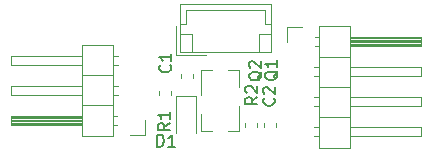
<source format=gto>
G04 #@! TF.GenerationSoftware,KiCad,Pcbnew,6.0.0-rc1-unknown-6d2dfbb~65~ubuntu18.04.1*
G04 #@! TF.CreationDate,2018-07-21T00:59:14-07:00*
G04 #@! TF.ProjectId,ZProbe,5A50726F62652E6B696361645F706362,rev?*
G04 #@! TF.SameCoordinates,Original*
G04 #@! TF.FileFunction,Legend,Top*
G04 #@! TF.FilePolarity,Positive*
%FSLAX46Y46*%
G04 Gerber Fmt 4.6, Leading zero omitted, Abs format (unit mm)*
G04 Created by KiCad (PCBNEW 6.0.0-rc1-unknown-6d2dfbb~65~ubuntu18.04.1) date Sat Jul 21 00:59:14 2018*
%MOMM*%
%LPD*%
G01*
G04 APERTURE LIST*
%ADD10C,0.120000*%
%ADD11C,0.150000*%
G04 APERTURE END LIST*
D10*
G04 #@! TO.C,C2*
X100790000Y-57175279D02*
X100790000Y-56849721D01*
X101810000Y-57175279D02*
X101810000Y-56849721D01*
G04 #@! TO.C,J2*
X93690000Y-46790000D02*
X93690000Y-50810000D01*
X93690000Y-50810000D02*
X101410000Y-50810000D01*
X101410000Y-50810000D02*
X101410000Y-46790000D01*
X101410000Y-46790000D02*
X93690000Y-46790000D01*
X93690000Y-48500000D02*
X94190000Y-48500000D01*
X94190000Y-48500000D02*
X94190000Y-47290000D01*
X94190000Y-47290000D02*
X100910000Y-47290000D01*
X100910000Y-47290000D02*
X100910000Y-48500000D01*
X100910000Y-48500000D02*
X101410000Y-48500000D01*
X93690000Y-49310000D02*
X94690000Y-49310000D01*
X94690000Y-49310000D02*
X94690000Y-50810000D01*
X101410000Y-49310000D02*
X100410000Y-49310000D01*
X100410000Y-49310000D02*
X100410000Y-50810000D01*
X93390000Y-48610000D02*
X93390000Y-51110000D01*
X93390000Y-51110000D02*
X95890000Y-51110000D01*
G04 #@! TO.C,J1*
X88060000Y-57970000D02*
X88060000Y-50230000D01*
X88060000Y-50230000D02*
X85400000Y-50230000D01*
X85400000Y-50230000D02*
X85400000Y-57970000D01*
X85400000Y-57970000D02*
X88060000Y-57970000D01*
X85400000Y-57020000D02*
X79400000Y-57020000D01*
X79400000Y-57020000D02*
X79400000Y-56260000D01*
X79400000Y-56260000D02*
X85400000Y-56260000D01*
X85400000Y-56960000D02*
X79400000Y-56960000D01*
X85400000Y-56840000D02*
X79400000Y-56840000D01*
X85400000Y-56720000D02*
X79400000Y-56720000D01*
X85400000Y-56600000D02*
X79400000Y-56600000D01*
X85400000Y-56480000D02*
X79400000Y-56480000D01*
X85400000Y-56360000D02*
X79400000Y-56360000D01*
X88390000Y-57020000D02*
X88060000Y-57020000D01*
X88390000Y-56260000D02*
X88060000Y-56260000D01*
X88060000Y-55370000D02*
X85400000Y-55370000D01*
X85400000Y-54480000D02*
X79400000Y-54480000D01*
X79400000Y-54480000D02*
X79400000Y-53720000D01*
X79400000Y-53720000D02*
X85400000Y-53720000D01*
X88457071Y-54480000D02*
X88060000Y-54480000D01*
X88457071Y-53720000D02*
X88060000Y-53720000D01*
X88060000Y-52830000D02*
X85400000Y-52830000D01*
X85400000Y-51940000D02*
X79400000Y-51940000D01*
X79400000Y-51940000D02*
X79400000Y-51180000D01*
X79400000Y-51180000D02*
X85400000Y-51180000D01*
X88457071Y-51940000D02*
X88060000Y-51940000D01*
X88457071Y-51180000D02*
X88060000Y-51180000D01*
X90770000Y-56640000D02*
X90770000Y-57910000D01*
X90770000Y-57910000D02*
X89500000Y-57910000D01*
G04 #@! TO.C,J3*
X105440000Y-48670000D02*
X105440000Y-58950000D01*
X105440000Y-58950000D02*
X108100000Y-58950000D01*
X108100000Y-58950000D02*
X108100000Y-48670000D01*
X108100000Y-48670000D02*
X105440000Y-48670000D01*
X108100000Y-49620000D02*
X114100000Y-49620000D01*
X114100000Y-49620000D02*
X114100000Y-50380000D01*
X114100000Y-50380000D02*
X108100000Y-50380000D01*
X108100000Y-49680000D02*
X114100000Y-49680000D01*
X108100000Y-49800000D02*
X114100000Y-49800000D01*
X108100000Y-49920000D02*
X114100000Y-49920000D01*
X108100000Y-50040000D02*
X114100000Y-50040000D01*
X108100000Y-50160000D02*
X114100000Y-50160000D01*
X108100000Y-50280000D02*
X114100000Y-50280000D01*
X105110000Y-49620000D02*
X105440000Y-49620000D01*
X105110000Y-50380000D02*
X105440000Y-50380000D01*
X105440000Y-51270000D02*
X108100000Y-51270000D01*
X108100000Y-52160000D02*
X114100000Y-52160000D01*
X114100000Y-52160000D02*
X114100000Y-52920000D01*
X114100000Y-52920000D02*
X108100000Y-52920000D01*
X105042929Y-52160000D02*
X105440000Y-52160000D01*
X105042929Y-52920000D02*
X105440000Y-52920000D01*
X105440000Y-53810000D02*
X108100000Y-53810000D01*
X108100000Y-54700000D02*
X114100000Y-54700000D01*
X114100000Y-54700000D02*
X114100000Y-55460000D01*
X114100000Y-55460000D02*
X108100000Y-55460000D01*
X105042929Y-54700000D02*
X105440000Y-54700000D01*
X105042929Y-55460000D02*
X105440000Y-55460000D01*
X105440000Y-56350000D02*
X108100000Y-56350000D01*
X108100000Y-57240000D02*
X114100000Y-57240000D01*
X114100000Y-57240000D02*
X114100000Y-58000000D01*
X114100000Y-58000000D02*
X108100000Y-58000000D01*
X105042929Y-57240000D02*
X105440000Y-57240000D01*
X105042929Y-58000000D02*
X105440000Y-58000000D01*
X102730000Y-50000000D02*
X102730000Y-48730000D01*
X102730000Y-48730000D02*
X104000000Y-48730000D01*
G04 #@! TO.C,C1*
X93802500Y-53062779D02*
X93802500Y-52737221D01*
X94822500Y-53062779D02*
X94822500Y-52737221D01*
G04 #@! TO.C,D1*
X95100000Y-54600000D02*
X93400000Y-54600000D01*
X93400000Y-54600000D02*
X93400000Y-57750000D01*
X95100000Y-54600000D02*
X95100000Y-57750000D01*
G04 #@! TO.C,Q2*
X98680000Y-52340000D02*
X98680000Y-53800000D01*
X95520000Y-52340000D02*
X95520000Y-54500000D01*
X95520000Y-52340000D02*
X96450000Y-52340000D01*
X98680000Y-52340000D02*
X97750000Y-52340000D01*
G04 #@! TO.C,Q1*
X95520000Y-57560000D02*
X96450000Y-57560000D01*
X98680000Y-57560000D02*
X97750000Y-57560000D01*
X98680000Y-57560000D02*
X98680000Y-55400000D01*
X95520000Y-57560000D02*
X95520000Y-56100000D01*
G04 #@! TO.C,R2*
X100210000Y-57175279D02*
X100210000Y-56849721D01*
X99190000Y-57175279D02*
X99190000Y-56849721D01*
G04 #@! TO.C,R1*
X91890000Y-54450279D02*
X91890000Y-54124721D01*
X92910000Y-54450279D02*
X92910000Y-54124721D01*
G04 #@! TO.C,C2*
D11*
X101657142Y-54766666D02*
X101704761Y-54814285D01*
X101752380Y-54957142D01*
X101752380Y-55052380D01*
X101704761Y-55195238D01*
X101609523Y-55290476D01*
X101514285Y-55338095D01*
X101323809Y-55385714D01*
X101180952Y-55385714D01*
X100990476Y-55338095D01*
X100895238Y-55290476D01*
X100800000Y-55195238D01*
X100752380Y-55052380D01*
X100752380Y-54957142D01*
X100800000Y-54814285D01*
X100847619Y-54766666D01*
X100847619Y-54385714D02*
X100800000Y-54338095D01*
X100752380Y-54242857D01*
X100752380Y-54004761D01*
X100800000Y-53909523D01*
X100847619Y-53861904D01*
X100942857Y-53814285D01*
X101038095Y-53814285D01*
X101180952Y-53861904D01*
X101752380Y-54433333D01*
X101752380Y-53814285D01*
G04 #@! TO.C,C1*
X92857142Y-51966666D02*
X92904761Y-52014285D01*
X92952380Y-52157142D01*
X92952380Y-52252380D01*
X92904761Y-52395238D01*
X92809523Y-52490476D01*
X92714285Y-52538095D01*
X92523809Y-52585714D01*
X92380952Y-52585714D01*
X92190476Y-52538095D01*
X92095238Y-52490476D01*
X92000000Y-52395238D01*
X91952380Y-52252380D01*
X91952380Y-52157142D01*
X92000000Y-52014285D01*
X92047619Y-51966666D01*
X92952380Y-51014285D02*
X92952380Y-51585714D01*
X92952380Y-51300000D02*
X91952380Y-51300000D01*
X92095238Y-51395238D01*
X92190476Y-51490476D01*
X92238095Y-51585714D01*
G04 #@! TO.C,D1*
X91761904Y-58852380D02*
X91761904Y-57852380D01*
X92000000Y-57852380D01*
X92142857Y-57900000D01*
X92238095Y-57995238D01*
X92285714Y-58090476D01*
X92333333Y-58280952D01*
X92333333Y-58423809D01*
X92285714Y-58614285D01*
X92238095Y-58709523D01*
X92142857Y-58804761D01*
X92000000Y-58852380D01*
X91761904Y-58852380D01*
X93285714Y-58852380D02*
X92714285Y-58852380D01*
X93000000Y-58852380D02*
X93000000Y-57852380D01*
X92904761Y-57995238D01*
X92809523Y-58090476D01*
X92714285Y-58138095D01*
G04 #@! TO.C,Q2*
X100647619Y-52520238D02*
X100600000Y-52615476D01*
X100504761Y-52710714D01*
X100361904Y-52853571D01*
X100314285Y-52948809D01*
X100314285Y-53044047D01*
X100552380Y-52996428D02*
X100504761Y-53091666D01*
X100409523Y-53186904D01*
X100219047Y-53234523D01*
X99885714Y-53234523D01*
X99695238Y-53186904D01*
X99600000Y-53091666D01*
X99552380Y-52996428D01*
X99552380Y-52805952D01*
X99600000Y-52710714D01*
X99695238Y-52615476D01*
X99885714Y-52567857D01*
X100219047Y-52567857D01*
X100409523Y-52615476D01*
X100504761Y-52710714D01*
X100552380Y-52805952D01*
X100552380Y-52996428D01*
X99647619Y-52186904D02*
X99600000Y-52139285D01*
X99552380Y-52044047D01*
X99552380Y-51805952D01*
X99600000Y-51710714D01*
X99647619Y-51663095D01*
X99742857Y-51615476D01*
X99838095Y-51615476D01*
X99980952Y-51663095D01*
X100552380Y-52234523D01*
X100552380Y-51615476D01*
G04 #@! TO.C,Q1*
X101997619Y-52470238D02*
X101950000Y-52565476D01*
X101854761Y-52660714D01*
X101711904Y-52803571D01*
X101664285Y-52898809D01*
X101664285Y-52994047D01*
X101902380Y-52946428D02*
X101854761Y-53041666D01*
X101759523Y-53136904D01*
X101569047Y-53184523D01*
X101235714Y-53184523D01*
X101045238Y-53136904D01*
X100950000Y-53041666D01*
X100902380Y-52946428D01*
X100902380Y-52755952D01*
X100950000Y-52660714D01*
X101045238Y-52565476D01*
X101235714Y-52517857D01*
X101569047Y-52517857D01*
X101759523Y-52565476D01*
X101854761Y-52660714D01*
X101902380Y-52755952D01*
X101902380Y-52946428D01*
X101902380Y-51565476D02*
X101902380Y-52136904D01*
X101902380Y-51851190D02*
X100902380Y-51851190D01*
X101045238Y-51946428D01*
X101140476Y-52041666D01*
X101188095Y-52136904D01*
G04 #@! TO.C,R2*
X100252380Y-54666666D02*
X99776190Y-55000000D01*
X100252380Y-55238095D02*
X99252380Y-55238095D01*
X99252380Y-54857142D01*
X99300000Y-54761904D01*
X99347619Y-54714285D01*
X99442857Y-54666666D01*
X99585714Y-54666666D01*
X99680952Y-54714285D01*
X99728571Y-54761904D01*
X99776190Y-54857142D01*
X99776190Y-55238095D01*
X99347619Y-54285714D02*
X99300000Y-54238095D01*
X99252380Y-54142857D01*
X99252380Y-53904761D01*
X99300000Y-53809523D01*
X99347619Y-53761904D01*
X99442857Y-53714285D01*
X99538095Y-53714285D01*
X99680952Y-53761904D01*
X100252380Y-54333333D01*
X100252380Y-53714285D01*
G04 #@! TO.C,R1*
X92852380Y-56866666D02*
X92376190Y-57200000D01*
X92852380Y-57438095D02*
X91852380Y-57438095D01*
X91852380Y-57057142D01*
X91900000Y-56961904D01*
X91947619Y-56914285D01*
X92042857Y-56866666D01*
X92185714Y-56866666D01*
X92280952Y-56914285D01*
X92328571Y-56961904D01*
X92376190Y-57057142D01*
X92376190Y-57438095D01*
X92852380Y-55914285D02*
X92852380Y-56485714D01*
X92852380Y-56200000D02*
X91852380Y-56200000D01*
X91995238Y-56295238D01*
X92090476Y-56390476D01*
X92138095Y-56485714D01*
G04 #@! TD*
M02*

</source>
